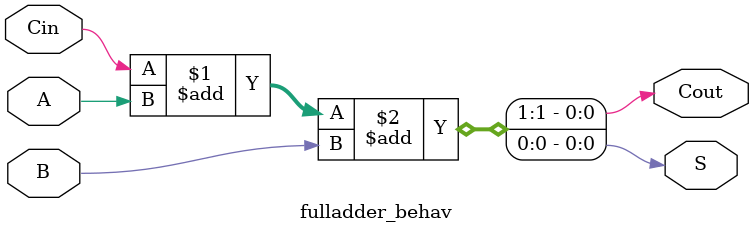
<source format=v>
module fulladder_behav
(
 input A,
 input B,
 input Cin,
 
 output S, 
 output Cout
 );
 
assign {Cout,S} =  Cin + A + B;
 
endmodule




</source>
